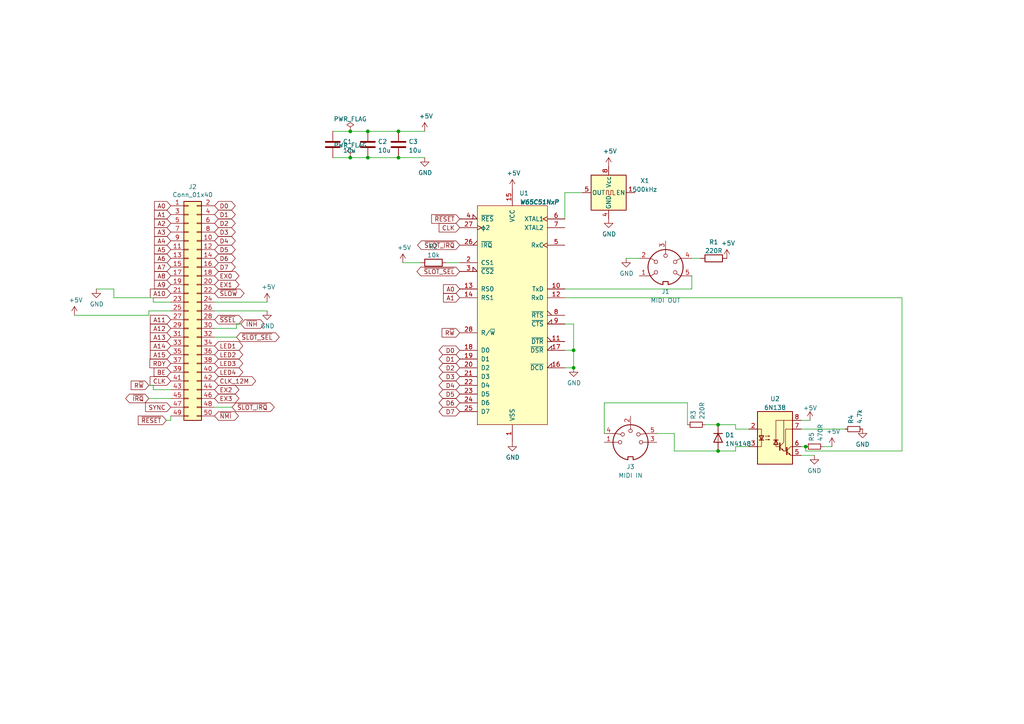
<source format=kicad_sch>
(kicad_sch (version 20211123) (generator eeschema)
  (paper "A4")
  (title_block (title "MIDI Board") (date "2023-06-08") (rev "1.0") (company "Six Pixels"))
  (lib_symbols
    (symbol "65xx:W65C51NxP" (pin_names (offset 1.016))
      (property "Reference" "U" (at -10.16 33.02 0))
      (property "Value" "W65C51NxP" (at 0 0 90))
      (symbol "W65C51NxP_0_1"
        (rectangle (start -10.16 31.75) (end 10.16 -31.75) (fill (type background)))
      )
      (symbol "W65C51NxP_1_1"
        (pin power_in line (at 0 -36.83 90) (length 5.08) (name "VSS") (number "1"))
        (pin output line (at 15.24 7.62 180) (length 5.08) (name "TxD") (number "10"))
        (pin output output_low (at 15.24 -7.62 180) (length 5.08) (name "~{DTR}") (number "11"))
        (pin input line (at 15.24 5.08 180) (length 5.08) (name "RxD") (number "12"))
        (pin input line (at -15.24 7.62 0) (length 5.08) (name "RS0") (number "13"))
        (pin input line (at -15.24 5.08 0) (length 5.08) (name "RS1") (number "14"))
        (pin power_in line (at 0 36.83 270) (length 5.08) (name "VCC") (number "15"))
        (pin input input_low (at 15.24 -15.24 180) (length 5.08) (name "~{DCD}") (number "16"))
        (pin input input_low (at 15.24 -10.16 180) (length 5.08) (name "~{DSR}") (number "17"))
        (pin bidirectional line (at -15.24 -10.16 0) (length 5.08) (name "D0") (number "18"))
        (pin bidirectional line (at -15.24 -12.7 0) (length 5.08) (name "D1") (number "19"))
        (pin input line (at -15.24 15.24 0) (length 5.08) (name "CS1") (number "2"))
        (pin bidirectional line (at -15.24 -15.24 0) (length 5.08) (name "D2") (number "20"))
        (pin bidirectional line (at -15.24 -17.78 0) (length 5.08) (name "D3") (number "21"))
        (pin bidirectional line (at -15.24 -20.32 0) (length 5.08) (name "D4") (number "22"))
        (pin bidirectional line (at -15.24 -22.86 0) (length 5.08) (name "D5") (number "23"))
        (pin bidirectional line (at -15.24 -25.4 0) (length 5.08) (name "D6") (number "24"))
        (pin bidirectional line (at -15.24 -27.94 0) (length 5.08) (name "D7") (number "25"))
        (pin open_collector output_low (at -15.24 20.32 0) (length 5.08) (name "~{IRQ}") (number "26"))
        (pin input clock (at -15.24 25.4 0) (length 5.08) (name "ϕ2") (number "27"))
        (pin input line (at -15.24 -5.08 0) (length 5.08) (name "R/~{W}") (number "28"))
        (pin input input_low (at -15.24 12.7 0) (length 5.08) (name "~{CS2}") (number "3"))
        (pin input input_low (at -15.24 27.94 0) (length 5.08) (name "~{RES}") (number "4"))
        (pin bidirectional clock (at 15.24 20.32 180) (length 5.08) (name "RxC") (number "5"))
        (pin input clock (at 15.24 27.94 180) (length 5.08) (name "XTAL1") (number "6"))
        (pin output line (at 15.24 25.4 180) (length 5.08) (name "XTAL2") (number "7"))
        (pin output output_low (at 15.24 0 180) (length 5.08) (name "~{RTS}") (number "8"))
        (pin input input_low (at 15.24 -2.54 180) (length 5.08) (name "~{CTS}") (number "9"))
      )
    )
    (symbol "Connector:DIN-5" (pin_names (offset 1.016))
      (property "Reference" "J" (at 3.175 5.715 0))
      (property "Value" "DIN-5" (at 0 -6.35 0))
      (symbol "DIN-5_0_1"
        (arc (start -5.08 0) (mid -3.8609 -3.3364) (end -0.762 -5.08) (stroke (width 0.254)))
        (circle (center -2.794 -1.524) (radius 0.508))
        (circle (center -2.794 1.524) (radius 0.508))
        (polyline (pts (xy 0 5.08) (xy 0 3.81)))
        (polyline (pts (xy -5.08 -2.54) (xy -4.318 -2.54) (xy -3.175 -1.905)))
        (polyline (pts (xy -5.08 2.54) (xy -4.318 2.54) (xy -3.175 1.905)))
        (polyline (pts (xy 5.08 -2.54) (xy 4.318 -2.54) (xy 3.175 -1.905)))
        (polyline (pts (xy 5.08 2.54) (xy 4.318 2.54) (xy 3.175 1.905)))
        (polyline (pts (xy -0.762 -4.953) (xy -0.762 -4.191) (xy 0.762 -4.191) (xy 0.762 -4.953)) (stroke (width 0.254)))
        (circle (center 0 3.302) (radius 0.508))
        (arc (start 0.762 -5.08) (mid 3.8685 -3.343) (end 5.08 0) (stroke (width 0.254)))
        (circle (center 2.794 -1.524) (radius 0.508))
        (circle (center 2.794 1.524) (radius 0.508))
        (arc (start 5.08 0) (mid 0 5.08) (end -5.08 0) (stroke (width 0.254)))
      )
      (symbol "DIN-5_1_1"
        (pin passive line (at -7.62 -2.54 0) (length 2.54) (name "~") (number "1"))
        (pin passive line (at -7.62 2.54 0) (length 2.54) (name "~") (number "2"))
        (pin passive line (at 0 7.62 270) (length 2.54) (name "~") (number "3"))
        (pin passive line (at 7.62 2.54 180) (length 2.54) (name "~") (number "4"))
        (pin passive line (at 7.62 -2.54 180) (length 2.54) (name "~") (number "5"))
      )
    )
    (symbol "Connector:DIN-5_180degree" (pin_names (offset 1.016))
      (property "Reference" "J" (at 3.175 5.715 0))
      (property "Value" "DIN-5_180degree" (at 0 -6.35 0))
      (symbol "DIN-5_180degree_0_1"
        (arc (start -5.08 0) (mid -3.8609 -3.3364) (end -0.762 -5.08) (stroke (width 0.254)))
        (circle (center -3.048 0) (radius 0.508))
        (circle (center -2.286 2.286) (radius 0.508))
        (polyline (pts (xy -5.08 0) (xy -3.556 0)))
        (polyline (pts (xy 0 5.08) (xy 0 3.81)))
        (polyline (pts (xy 5.08 0) (xy 3.556 0)))
        (polyline (pts (xy -5.08 2.54) (xy -4.318 2.54) (xy -2.794 2.286)))
        (polyline (pts (xy 5.08 2.54) (xy 4.318 2.54) (xy 2.794 2.286)))
        (polyline (pts (xy -0.762 -4.953) (xy -0.762 -4.191) (xy 0.762 -4.191) (xy 0.762 -4.953)) (stroke (width 0.254)))
        (circle (center 0 3.302) (radius 0.508))
        (arc (start 0.762 -5.08) (mid 3.8685 -3.343) (end 5.08 0) (stroke (width 0.254)))
        (circle (center 2.286 2.286) (radius 0.508))
        (circle (center 3.048 0) (radius 0.508))
        (arc (start 5.08 0) (mid 0 5.08) (end -5.08 0) (stroke (width 0.254)))
      )
      (symbol "DIN-5_180degree_1_1"
        (pin passive line (at -7.62 0 0) (length 2.54) (name "~") (number "1"))
        (pin passive line (at 0 7.62 270) (length 2.54) (name "~") (number "2"))
        (pin passive line (at 7.62 0 180) (length 2.54) (name "~") (number "3"))
        (pin passive line (at -7.62 2.54 0) (length 2.54) (name "~") (number "4"))
        (pin passive line (at 7.62 2.54 180) (length 2.54) (name "~") (number "5"))
      )
    )
    (symbol "Connector_Generic:Conn_02x25_Odd_Even" (pin_names (offset 1.016) hide)
      (property "Reference" "J" (at 1.27 33.02 0))
      (property "Value" "Conn_02x25_Odd_Even" (at 1.27 -33.02 0))
      (symbol "Conn_02x25_Odd_Even_1_1"
        (rectangle (start -1.27 -30.353) (end 0 -30.607) (stroke (width 0.1524)))
        (rectangle (start -1.27 -27.813) (end 0 -28.067) (stroke (width 0.1524)))
        (rectangle (start -1.27 -25.273) (end 0 -25.527) (stroke (width 0.1524)))
        (rectangle (start -1.27 -22.733) (end 0 -22.987) (stroke (width 0.1524)))
        (rectangle (start -1.27 -20.193) (end 0 -20.447) (stroke (width 0.1524)))
        (rectangle (start -1.27 -17.653) (end 0 -17.907) (stroke (width 0.1524)))
        (rectangle (start -1.27 -15.113) (end 0 -15.367) (stroke (width 0.1524)))
        (rectangle (start -1.27 -12.573) (end 0 -12.827) (stroke (width 0.1524)))
        (rectangle (start -1.27 -10.033) (end 0 -10.287) (stroke (width 0.1524)))
        (rectangle (start -1.27 -7.493) (end 0 -7.747) (stroke (width 0.1524)))
        (rectangle (start -1.27 -4.953) (end 0 -5.207) (stroke (width 0.1524)))
        (rectangle (start -1.27 -2.413) (end 0 -2.667) (stroke (width 0.1524)))
        (rectangle (start -1.27 0.127) (end 0 -0.127) (stroke (width 0.1524)))
        (rectangle (start -1.27 2.667) (end 0 2.413) (stroke (width 0.1524)))
        (rectangle (start -1.27 5.207) (end 0 4.953) (stroke (width 0.1524)))
        (rectangle (start -1.27 7.747) (end 0 7.493) (stroke (width 0.1524)))
        (rectangle (start -1.27 10.287) (end 0 10.033) (stroke (width 0.1524)))
        (rectangle (start -1.27 12.827) (end 0 12.573) (stroke (width 0.1524)))
        (rectangle (start -1.27 15.367) (end 0 15.113) (stroke (width 0.1524)))
        (rectangle (start -1.27 17.907) (end 0 17.653) (stroke (width 0.1524)))
        (rectangle (start -1.27 20.447) (end 0 20.193) (stroke (width 0.1524)))
        (rectangle (start -1.27 22.987) (end 0 22.733) (stroke (width 0.1524)))
        (rectangle (start -1.27 25.527) (end 0 25.273) (stroke (width 0.1524)))
        (rectangle (start -1.27 28.067) (end 0 27.813) (stroke (width 0.1524)))
        (rectangle (start -1.27 30.607) (end 0 30.353) (stroke (width 0.1524)))
        (rectangle (start -1.27 31.75) (end 3.81 -31.75) (stroke (width 0.254)) (fill (type background)))
        (rectangle (start 3.81 -30.353) (end 2.54 -30.607) (stroke (width 0.1524)))
        (rectangle (start 3.81 -27.813) (end 2.54 -28.067) (stroke (width 0.1524)))
        (rectangle (start 3.81 -25.273) (end 2.54 -25.527) (stroke (width 0.1524)))
        (rectangle (start 3.81 -22.733) (end 2.54 -22.987) (stroke (width 0.1524)))
        (rectangle (start 3.81 -20.193) (end 2.54 -20.447) (stroke (width 0.1524)))
        (rectangle (start 3.81 -17.653) (end 2.54 -17.907) (stroke (width 0.1524)))
        (rectangle (start 3.81 -15.113) (end 2.54 -15.367) (stroke (width 0.1524)))
        (rectangle (start 3.81 -12.573) (end 2.54 -12.827) (stroke (width 0.1524)))
        (rectangle (start 3.81 -10.033) (end 2.54 -10.287) (stroke (width 0.1524)))
        (rectangle (start 3.81 -7.493) (end 2.54 -7.747) (stroke (width 0.1524)))
        (rectangle (start 3.81 -4.953) (end 2.54 -5.207) (stroke (width 0.1524)))
        (rectangle (start 3.81 -2.413) (end 2.54 -2.667) (stroke (width 0.1524)))
        (rectangle (start 3.81 0.127) (end 2.54 -0.127) (stroke (width 0.1524)))
        (rectangle (start 3.81 2.667) (end 2.54 2.413) (stroke (width 0.1524)))
        (rectangle (start 3.81 5.207) (end 2.54 4.953) (stroke (width 0.1524)))
        (rectangle (start 3.81 7.747) (end 2.54 7.493) (stroke (width 0.1524)))
        (rectangle (start 3.81 10.287) (end 2.54 10.033) (stroke (width 0.1524)))
        (rectangle (start 3.81 12.827) (end 2.54 12.573) (stroke (width 0.1524)))
        (rectangle (start 3.81 15.367) (end 2.54 15.113) (stroke (width 0.1524)))
        (rectangle (start 3.81 17.907) (end 2.54 17.653) (stroke (width 0.1524)))
        (rectangle (start 3.81 20.447) (end 2.54 20.193) (stroke (width 0.1524)))
        (rectangle (start 3.81 22.987) (end 2.54 22.733) (stroke (width 0.1524)))
        (rectangle (start 3.81 25.527) (end 2.54 25.273) (stroke (width 0.1524)))
        (rectangle (start 3.81 28.067) (end 2.54 27.813) (stroke (width 0.1524)))
        (rectangle (start 3.81 30.607) (end 2.54 30.353) (stroke (width 0.1524)))
        (pin passive line (at -5.08 30.48 0) (length 3.81) (name "Pin_1") (number "1"))
        (pin passive line (at 7.62 20.32 180) (length 3.81) (name "Pin_10") (number "10"))
        (pin passive line (at -5.08 17.78 0) (length 3.81) (name "Pin_11") (number "11"))
        (pin passive line (at 7.62 17.78 180) (length 3.81) (name "Pin_12") (number "12"))
        (pin passive line (at -5.08 15.24 0) (length 3.81) (name "Pin_13") (number "13"))
        (pin passive line (at 7.62 15.24 180) (length 3.81) (name "Pin_14") (number "14"))
        (pin passive line (at -5.08 12.7 0) (length 3.81) (name "Pin_15") (number "15"))
        (pin passive line (at 7.62 12.7 180) (length 3.81) (name "Pin_16") (number "16"))
        (pin passive line (at -5.08 10.16 0) (length 3.81) (name "Pin_17") (number "17"))
        (pin passive line (at 7.62 10.16 180) (length 3.81) (name "Pin_18") (number "18"))
        (pin passive line (at -5.08 7.62 0) (length 3.81) (name "Pin_19") (number "19"))
        (pin passive line (at 7.62 30.48 180) (length 3.81) (name "Pin_2") (number "2"))
        (pin passive line (at 7.62 7.62 180) (length 3.81) (name "Pin_20") (number "20"))
        (pin passive line (at -5.08 5.08 0) (length 3.81) (name "Pin_21") (number "21"))
        (pin passive line (at 7.62 5.08 180) (length 3.81) (name "Pin_22") (number "22"))
        (pin passive line (at -5.08 2.54 0) (length 3.81) (name "Pin_23") (number "23"))
        (pin passive line (at 7.62 2.54 180) (length 3.81) (name "Pin_24") (number "24"))
        (pin passive line (at -5.08 0 0) (length 3.81) (name "Pin_25") (number "25"))
        (pin passive line (at 7.62 0 180) (length 3.81) (name "Pin_26") (number "26"))
        (pin passive line (at -5.08 -2.54 0) (length 3.81) (name "Pin_27") (number "27"))
        (pin passive line (at 7.62 -2.54 180) (length 3.81) (name "Pin_28") (number "28"))
        (pin passive line (at -5.08 -5.08 0) (length 3.81) (name "Pin_29") (number "29"))
        (pin passive line (at -5.08 27.94 0) (length 3.81) (name "Pin_3") (number "3"))
        (pin passive line (at 7.62 -5.08 180) (length 3.81) (name "Pin_30") (number "30"))
        (pin passive line (at -5.08 -7.62 0) (length 3.81) (name "Pin_31") (number "31"))
        (pin passive line (at 7.62 -7.62 180) (length 3.81) (name "Pin_32") (number "32"))
        (pin passive line (at -5.08 -10.16 0) (length 3.81) (name "Pin_33") (number "33"))
        (pin passive line (at 7.62 -10.16 180) (length 3.81) (name "Pin_34") (number "34"))
        (pin passive line (at -5.08 -12.7 0) (length 3.81) (name "Pin_35") (number "35"))
        (pin passive line (at 7.62 -12.7 180) (length 3.81) (name "Pin_36") (number "36"))
        (pin passive line (at -5.08 -15.24 0) (length 3.81) (name "Pin_37") (number "37"))
        (pin passive line (at 7.62 -15.24 180) (length 3.81) (name "Pin_38") (number "38"))
        (pin passive line (at -5.08 -17.78 0) (length 3.81) (name "Pin_39") (number "39"))
        (pin passive line (at 7.62 27.94 180) (length 3.81) (name "Pin_4") (number "4"))
        (pin passive line (at 7.62 -17.78 180) (length 3.81) (name "Pin_40") (number "40"))
        (pin passive line (at -5.08 -20.32 0) (length 3.81) (name "Pin_41") (number "41"))
        (pin passive line (at 7.62 -20.32 180) (length 3.81) (name "Pin_42") (number "42"))
        (pin passive line (at -5.08 -22.86 0) (length 3.81) (name "Pin_43") (number "43"))
        (pin passive line (at 7.62 -22.86 180) (length 3.81) (name "Pin_44") (number "44"))
        (pin passive line (at -5.08 -25.4 0) (length 3.81) (name "Pin_45") (number "45"))
        (pin passive line (at 7.62 -25.4 180) (length 3.81) (name "Pin_46") (number "46"))
        (pin passive line (at -5.08 -27.94 0) (length 3.81) (name "Pin_47") (number "47"))
        (pin passive line (at 7.62 -27.94 180) (length 3.81) (name "Pin_48") (number "48"))
        (pin passive line (at -5.08 -30.48 0) (length 3.81) (name "Pin_49") (number "49"))
        (pin passive line (at -5.08 25.4 0) (length 3.81) (name "Pin_5") (number "5"))
        (pin passive line (at 7.62 -30.48 180) (length 3.81) (name "Pin_50") (number "50"))
        (pin passive line (at 7.62 25.4 180) (length 3.81) (name "Pin_6") (number "6"))
        (pin passive line (at -5.08 22.86 0) (length 3.81) (name "Pin_7") (number "7"))
        (pin passive line (at 7.62 22.86 180) (length 3.81) (name "Pin_8") (number "8"))
        (pin passive line (at -5.08 20.32 0) (length 3.81) (name "Pin_9") (number "9"))
      )
    )
    (symbol "Device:C" (pin_numbers hide) (pin_names (offset 0.254))
      (property "Reference" "C" (at 0.635 2.54 0))
      (property "Value" "C" (at 0.635 -2.54 0))
      (symbol "C_0_1"
        (polyline (pts (xy -2.032 -0.762) (xy 2.032 -0.762)) (stroke (width 0.508)))
        (polyline (pts (xy -2.032 0.762) (xy 2.032 0.762)) (stroke (width 0.508)))
      )
      (symbol "C_1_1"
        (pin passive line (at 0 3.81 270) (length 2.794) (name "~") (number "1"))
        (pin passive line (at 0 -3.81 90) (length 2.794) (name "~") (number "2"))
      )
    )
    (symbol "Device:R" (pin_numbers hide) (pin_names (offset 0))
      (property "Reference" "R" (at 2.032 0 90))
      (property "Value" "R" (at 0 0 90))
      (symbol "R_0_1"
        (rectangle (start -1.016 -2.54) (end 1.016 2.54) (stroke (width 0.254)))
      )
      (symbol "R_1_1"
        (pin passive line (at 0 3.81 270) (length 1.27) (name "~") (number "1"))
        (pin passive line (at 0 -3.81 90) (length 1.27) (name "~") (number "2"))
      )
    )
    (symbol "Device:R_Small" (pin_numbers hide) (pin_names (offset 0.254) hide)
      (property "Reference" "R" (at 0.762 0.508 0))
      (property "Value" "R_Small" (at 0.762 -1.016 0))
      (symbol "R_Small_0_1"
        (rectangle (start -0.762 1.778) (end 0.762 -1.778) (stroke (width 0.2032)))
      )
      (symbol "R_Small_1_1"
        (pin passive line (at 0 2.54 270) (length 0.762) (name "~") (number "1"))
        (pin passive line (at 0 -2.54 90) (length 0.762) (name "~") (number "2"))
      )
    )
    (symbol "Diode:1N4148" (pin_numbers hide) (pin_names hide)
      (property "Reference" "D" (at 0 2.54 0))
      (property "Value" "1N4148" (at 0 -2.54 0))
      (symbol "1N4148_0_1"
        (polyline (pts (xy -1.27 1.27) (xy -1.27 -1.27)) (stroke (width 0.254)))
        (polyline (pts (xy 1.27 0) (xy -1.27 0)))
        (polyline (pts (xy 1.27 1.27) (xy 1.27 -1.27) (xy -1.27 0) (xy 1.27 1.27)) (stroke (width 0.254)))
      )
      (symbol "1N4148_1_1"
        (pin passive line (at -3.81 0 0) (length 2.54) (name "K") (number "1"))
        (pin passive line (at 3.81 0 180) (length 2.54) (name "A") (number "2"))
      )
    )
    (symbol "Isolator:6N138" (pin_names (offset 1.016) hide)
      (property "Reference" "U" (at -4.064 8.89 0))
      (property "Value" "6N138" (at 2.286 8.89 0))
      (symbol "6N138_0_1"
        (rectangle (start -5.08 7.62) (end 5.08 -7.62) (stroke (width 0.254)) (fill (type background)))
        (polyline (pts (xy -4.572 -0.635) (xy -3.302 -0.635)) (stroke (width 0.254)))
        (polyline (pts (xy 0.889 -0.635) (xy -0.381 -0.635)) (stroke (width 0.254)))
        (polyline (pts (xy 1.397 -2.667) (xy 2.54 -3.81)))
        (polyline (pts (xy 1.397 -2.413) (xy 2.54 -1.27)))
        (polyline (pts (xy 2.54 -3.81) (xy 3.175 -3.81)))
        (polyline (pts (xy 3.429 -3.937) (xy 4.572 -5.08)))
        (polyline (pts (xy 3.429 -3.683) (xy 4.572 -2.54)))
        (polyline (pts (xy 4.572 -5.08) (xy 5.08 -5.08)))
        (polyline (pts (xy 4.572 -2.54) (xy 5.08 -2.54)))
        (polyline (pts (xy 1.397 -1.524) (xy 1.397 -3.556) (xy 1.397 -3.556)) (stroke (width 0.3556)))
        (polyline (pts (xy 2.54 -1.27) (xy 2.54 5.08) (xy 5.08 5.08)))
        (polyline (pts (xy 3.429 -2.794) (xy 3.429 -4.826) (xy 3.429 -4.826)) (stroke (width 0.3556)))
        (polyline (pts (xy 5.08 2.54) (xy 3.048 2.54) (xy 3.048 -3.81)))
        (polyline (pts (xy -5.08 -2.54) (xy -3.937 -2.54) (xy -3.937 2.54) (xy -5.08 2.54)))
        (polyline (pts (xy -3.937 -0.635) (xy -4.572 0.635) (xy -3.302 0.635) (xy -3.937 -0.635)) (stroke (width 0.254)))
        (polyline (pts (xy 0.254 -0.635) (xy 0.889 -1.905) (xy -0.381 -1.905) (xy 0.254 -0.635)) (stroke (width 0.254)))
        (polyline (pts (xy 1.27 -2.54) (xy 0.254 -2.54) (xy 0.254 5.08) (xy 2.54 5.08)))
        (polyline (pts (xy 2.413 -3.683) (xy 2.159 -3.175) (xy 1.905 -3.429) (xy 2.413 -3.683)))
        (polyline (pts (xy 4.445 -4.953) (xy 4.191 -4.445) (xy 3.937 -4.699) (xy 4.445 -4.953)))
        (polyline (pts (xy -2.794 -0.508) (xy -1.524 -0.508) (xy -1.905 -0.635) (xy -1.905 -0.381) (xy -1.524 -0.508)))
        (polyline (pts (xy -2.794 0.508) (xy -1.524 0.508) (xy -1.905 0.381) (xy -1.905 0.635) (xy -1.524 0.508)))
      )
      (symbol "6N138_1_1"
        (pin no_connect line (at -5.08 5.08 0) (length 2.54) hide (name "NC") (number "1"))
        (pin passive line (at -7.62 2.54 0) (length 2.54) (name "C1") (number "2"))
        (pin passive line (at -7.62 -2.54 0) (length 2.54) (name "C2") (number "3"))
        (pin no_connect line (at -5.08 -5.08 0) (length 2.54) hide (name "NC") (number "4"))
        (pin passive line (at 7.62 -5.08 180) (length 2.54) (name "GND") (number "5"))
        (pin passive line (at 7.62 -2.54 180) (length 2.54) (name "VO2") (number "6"))
        (pin passive line (at 7.62 2.54 180) (length 2.54) (name "VO1") (number "7"))
        (pin passive line (at 7.62 5.08 180) (length 2.54) (name "VCC") (number "8"))
      )
    )
    (symbol "Oscillator:CXO_DIP8" (pin_names (offset 0.254))
      (property "Reference" "X" (at -5.08 6.35 0))
      (property "Value" "CXO_DIP8" (at 1.27 -6.35 0))
      (symbol "CXO_DIP8_0_1"
        (rectangle (start -5.08 5.08) (end 5.08 -5.08) (stroke (width 0.254)) (fill (type background)))
        (polyline (pts (xy -1.905 -0.635) (xy -1.27 -0.635) (xy -1.27 0.635) (xy -0.635 0.635) (xy -0.635 -0.635) (xy 0 -0.635) (xy 0 0.635) (xy 0.635 0.635) (xy 0.635 -0.635)))
      )
      (symbol "CXO_DIP8_1_1"
        (pin input line (at -7.62 0 0) (length 2.54) (name "EN") (number "1"))
        (pin power_in line (at 0 -7.62 90) (length 2.54) (name "GND") (number "4"))
        (pin output line (at 7.62 0 180) (length 2.54) (name "OUT") (number "5"))
        (pin power_in line (at 0 7.62 270) (length 2.54) (name "Vcc") (number "8"))
      )
    )
    (symbol "power:+5V" (power) (pin_names (offset 0))
      (property "Value" "+5V" (at 0 3.556 0))
      (symbol "+5V_0_1"
        (polyline (pts (xy -0.762 1.27) (xy 0 2.54)))
        (polyline (pts (xy 0 0) (xy 0 2.54)))
        (polyline (pts (xy 0 2.54) (xy 0.762 1.27)))
      )
      (symbol "+5V_1_1"
        (pin power_in line (at 0 0 90) (length 0) hide (name "+5V") (number "1"))
      )
    )
    (symbol "power:GND" (power) (pin_names (offset 0))
      (property "Value" "GND" (at 0 -3.81 0))
      (symbol "GND_0_1"
        (polyline (pts (xy 0 0) (xy 0 -1.27) (xy 1.27 -1.27) (xy 0 -2.54) (xy -1.27 -1.27) (xy 0 -1.27)))
      )
      (symbol "GND_1_1"
        (pin power_in line (at 0 0 270) (length 0) hide (name "GND") (number "1"))
      )
    )
    (symbol "power:PWR_FLAG" (power) (pin_numbers hide) (pin_names (offset 0) hide)
      (property "Value" "PWR_FLAG" (at 0 3.81 0))
      (symbol "PWR_FLAG_0_0"
        (pin power_out line (at 0 0 90) (length 0) (name "pwr") (number "1"))
      )
      (symbol "PWR_FLAG_0_1"
        (polyline (pts (xy 0 0) (xy 0 1.27) (xy -1.016 1.905) (xy 0 2.54) (xy 1.016 1.905) (xy 0 1.27)))
      )
    )
  )
  (junction (at 208.28 130.81))
  (junction (at 106.68 45.72))
  (junction (at 208.28 123.19))
  (junction (at 106.68 38.1))
  (junction (at 233.68 129.54))
  (junction (at 166.37 106.68))
  (junction (at 101.6 45.72))
  (junction (at 166.37 101.6))
  (junction (at 101.6 38.1))
  (junction (at 115.57 38.1))
  (junction (at 115.57 45.72))
  (wire (pts (xy 106.68 38.1) (xy 115.57 38.1)))
  (wire (pts (xy 116.84 76.2) (xy 121.92 76.2)))
  (wire (pts (xy 68.58 93.98) (xy 68.58 95.25)))
  (wire (pts (xy 204.47 123.19) (xy 208.28 123.19)))
  (wire (pts (xy 175.26 116.84) (xy 175.26 125.73)))
  (wire (pts (xy 62.23 90.17) (xy 77.47 90.17)))
  (wire (pts (xy 48.26 121.92) (xy 49.53 121.92)))
  (wire (pts (xy 49.53 121.92) (xy 49.53 120.65)))
  (wire (pts (xy 163.83 55.88) (xy 163.83 63.5)))
  (wire (pts (xy 163.83 93.98) (xy 166.37 93.98)))
  (wire (pts (xy 96.52 38.1) (xy 101.6 38.1)))
  (wire (pts (xy 232.41 124.46) (xy 245.11 124.46)))
  (wire (pts (xy 261.62 130.81) (xy 261.62 86.36)))
  (wire (pts (xy 115.57 45.72) (xy 123.19 45.72)))
  (wire (pts (xy 62.23 87.63) (xy 77.47 87.63)))
  (wire (pts (xy 67.31 118.11) (xy 62.23 118.11)))
  (wire (pts (xy 68.58 95.25) (xy 62.23 95.25)))
  (wire (pts (xy 21.59 91.44) (xy 43.18 91.44)))
  (wire (pts (xy 195.58 130.81) (xy 195.58 125.73)))
  (wire (pts (xy 163.83 106.68) (xy 166.37 106.68)))
  (wire (pts (xy 233.68 129.54) (xy 233.68 130.81)))
  (wire (pts (xy 96.52 45.72) (xy 101.6 45.72)))
  (wire (pts (xy 195.58 125.73) (xy 190.5 125.73)))
  (wire (pts (xy 213.36 124.46) (xy 213.36 123.19)))
  (wire (pts (xy 232.41 121.92) (xy 234.95 121.92)))
  (wire (pts (xy 217.17 124.46) (xy 213.36 124.46)))
  (wire (pts (xy 101.6 45.72) (xy 106.68 45.72)))
  (wire (pts (xy 44.45 87.63) (xy 49.53 87.63)))
  (wire (pts (xy 213.36 123.19) (xy 208.28 123.19)))
  (wire (pts (xy 44.45 113.03) (xy 49.53 113.03)))
  (wire (pts (xy 115.57 38.1) (xy 123.19 38.1)))
  (wire (pts (xy 163.83 83.82) (xy 200.66 83.82)))
  (wire (pts (xy 166.37 93.98) (xy 166.37 101.6)))
  (wire (pts (xy 68.58 97.79) (xy 62.23 97.79)))
  (wire (pts (xy 33.02 83.82) (xy 27.94 83.82)))
  (wire (pts (xy 168.91 55.88) (xy 163.83 55.88)))
  (wire (pts (xy 232.41 129.54) (xy 233.68 129.54)))
  (wire (pts (xy 200.66 74.93) (xy 203.2 74.93)))
  (wire (pts (xy 213.36 129.54) (xy 213.36 130.81)))
  (wire (pts (xy 129.54 76.2) (xy 133.35 76.2)))
  (wire (pts (xy 213.36 130.81) (xy 208.28 130.81)))
  (wire (pts (xy 181.61 74.93) (xy 185.42 74.93)))
  (wire (pts (xy 33.02 86.36) (xy 44.45 86.36)))
  (wire (pts (xy 43.18 111.76) (xy 44.45 111.76)))
  (wire (pts (xy 43.18 115.57) (xy 49.53 115.57)))
  (wire (pts (xy 217.17 129.54) (xy 213.36 129.54)))
  (wire (pts (xy 208.28 130.81) (xy 195.58 130.81)))
  (wire (pts (xy 261.62 86.36) (xy 163.83 86.36)))
  (wire (pts (xy 200.66 80.01) (xy 200.66 83.82)))
  (wire (pts (xy 199.39 116.84) (xy 175.26 116.84)))
  (wire (pts (xy 33.02 86.36) (xy 33.02 83.82)))
  (wire (pts (xy 238.76 129.54) (xy 241.3 129.54)))
  (wire (pts (xy 101.6 38.1) (xy 106.68 38.1)))
  (wire (pts (xy 69.85 93.98) (xy 68.58 93.98)))
  (wire (pts (xy 166.37 101.6) (xy 166.37 106.68)))
  (wire (pts (xy 106.68 45.72) (xy 115.57 45.72)))
  (wire (pts (xy 233.68 130.81) (xy 261.62 130.81)))
  (wire (pts (xy 163.83 101.6) (xy 166.37 101.6)))
  (wire (pts (xy 49.53 90.17) (xy 43.18 90.17)))
  (wire (pts (xy 199.39 123.19) (xy 199.39 116.84)))
  (wire (pts (xy 232.41 132.08) (xy 236.22 132.08)))
  (wire (pts (xy 43.18 91.44) (xy 43.18 90.17)))
  (wire (pts (xy 44.45 111.76) (xy 44.45 113.03)))
  (wire (pts (xy 44.45 87.63) (xy 44.45 86.36)))
  (global_label "D0" (shape bidirectional) (at 62.23 59.69 0) (property "Intersheet References" "${INTERSHEET_REFS}" (effects hide)))
  (global_label "~{IRQ}" (shape bidirectional) (at 43.18 115.57 180) (property "Intersheet References" "${INTERSHEET_REFS}" (effects hide)))
  (global_label "D5" (shape bidirectional) (at 133.35 114.3 180) (property "Intersheet References" "${INTERSHEET_REFS}" (effects hide)))
  (global_label "CLK_12M" (shape bidirectional) (at 62.23 110.49 0) (property "Intersheet References" "${INTERSHEET_REFS}" (effects hide)))
  (global_label "~{INH}" (shape bidirectional) (at 69.85 93.98 0) (property "Intersheet References" "${INTERSHEET_REFS}" (effects hide)))
  (global_label "~{SLOT_IRQ}" (shape bidirectional) (at 133.35 71.12 180) (property "Intersheet References" "${INTERSHEET_REFS}" (effects hide)))
  (global_label "A2" (shape input) (at 49.53 64.77 180) (property "Intersheet References" "${INTERSHEET_REFS}" (effects hide)))
  (global_label "D3" (shape bidirectional) (at 133.35 109.22 180) (property "Intersheet References" "${INTERSHEET_REFS}" (effects hide)))
  (global_label "EX1" (shape bidirectional) (at 62.23 82.55 0) (property "Intersheet References" "${INTERSHEET_REFS}" (effects hide)))
  (global_label "A15" (shape input) (at 49.53 102.87 180) (property "Intersheet References" "${INTERSHEET_REFS}" (effects hide)))
  (global_label "~{SLOT_SEL}" (shape bidirectional) (at 133.35 78.74 180) (property "Intersheet References" "${INTERSHEET_REFS}" (effects hide)))
  (global_label "~{SSEL}" (shape bidirectional) (at 62.23 92.71 0) (property "Intersheet References" "${INTERSHEET_REFS}" (effects hide)))
  (global_label "A1" (shape input) (at 49.53 62.23 180) (property "Intersheet References" "${INTERSHEET_REFS}" (effects hide)))
  (global_label "LED3" (shape bidirectional) (at 62.23 105.41 0) (property "Intersheet References" "${INTERSHEET_REFS}" (effects hide)))
  (global_label "A5" (shape input) (at 49.53 72.39 180) (property "Intersheet References" "${INTERSHEET_REFS}" (effects hide)))
  (global_label "D3" (shape bidirectional) (at 62.23 67.31 0) (property "Intersheet References" "${INTERSHEET_REFS}" (effects hide)))
  (global_label "~{NMI}" (shape bidirectional) (at 62.23 120.65 0) (property "Intersheet References" "${INTERSHEET_REFS}" (effects hide)))
  (global_label "D7" (shape bidirectional) (at 133.35 119.38 180) (property "Intersheet References" "${INTERSHEET_REFS}" (effects hide)))
  (global_label "A7" (shape input) (at 49.53 77.47 180) (property "Intersheet References" "${INTERSHEET_REFS}" (effects hide)))
  (global_label "D0" (shape bidirectional) (at 133.35 101.6 180) (property "Intersheet References" "${INTERSHEET_REFS}" (effects hide)))
  (global_label "A10" (shape input) (at 49.53 85.09 180) (property "Intersheet References" "${INTERSHEET_REFS}" (effects hide)))
  (global_label "D1" (shape bidirectional) (at 62.23 62.23 0) (property "Intersheet References" "${INTERSHEET_REFS}" (effects hide)))
  (global_label "R~{W}" (shape input) (at 43.18 111.76 180) (property "Intersheet References" "${INTERSHEET_REFS}" (effects hide)))
  (global_label "A12" (shape input) (at 49.53 95.25 180) (property "Intersheet References" "${INTERSHEET_REFS}" (effects hide)))
  (global_label "A8" (shape input) (at 49.53 80.01 180) (property "Intersheet References" "${INTERSHEET_REFS}" (effects hide)))
  (global_label "A1" (shape input) (at 133.35 86.36 180) (property "Intersheet References" "${INTERSHEET_REFS}" (effects hide)))
  (global_label "D1" (shape bidirectional) (at 133.35 104.14 180) (property "Intersheet References" "${INTERSHEET_REFS}" (effects hide)))
  (global_label "~{SLOT_SEL}" (shape bidirectional) (at 68.58 97.79 0) (property "Intersheet References" "${INTERSHEET_REFS}" (effects hide)))
  (global_label "R~{W}" (shape input) (at 133.35 96.52 180) (property "Intersheet References" "${INTERSHEET_REFS}" (effects hide)))
  (global_label "EX2" (shape bidirectional) (at 62.23 113.03 0) (property "Intersheet References" "${INTERSHEET_REFS}" (effects hide)))
  (global_label "D5" (shape bidirectional) (at 62.23 72.39 0) (property "Intersheet References" "${INTERSHEET_REFS}" (effects hide)))
  (global_label "LED4" (shape bidirectional) (at 62.23 107.95 0) (property "Intersheet References" "${INTERSHEET_REFS}" (effects hide)))
  (global_label "A9" (shape input) (at 49.53 82.55 180) (property "Intersheet References" "${INTERSHEET_REFS}" (effects hide)))
  (global_label "A0" (shape input) (at 133.35 83.82 180) (property "Intersheet References" "${INTERSHEET_REFS}" (effects hide)))
  (global_label "A0" (shape input) (at 49.53 59.69 180) (property "Intersheet References" "${INTERSHEET_REFS}" (effects hide)))
  (global_label "LED1" (shape bidirectional) (at 62.23 100.33 0) (property "Intersheet References" "${INTERSHEET_REFS}" (effects hide)))
  (global_label "D2" (shape bidirectional) (at 62.23 64.77 0) (property "Intersheet References" "${INTERSHEET_REFS}" (effects hide)))
  (global_label "A6" (shape input) (at 49.53 74.93 180) (property "Intersheet References" "${INTERSHEET_REFS}" (effects hide)))
  (global_label "EX0" (shape bidirectional) (at 62.23 80.01 0) (property "Intersheet References" "${INTERSHEET_REFS}" (effects hide)))
  (global_label "A14" (shape input) (at 49.53 100.33 180) (property "Intersheet References" "${INTERSHEET_REFS}" (effects hide)))
  (global_label "A4" (shape input) (at 49.53 69.85 180) (property "Intersheet References" "${INTERSHEET_REFS}" (effects hide)))
  (global_label "~{SLOT_IRQ}" (shape bidirectional) (at 67.31 118.11 0) (property "Intersheet References" "${INTERSHEET_REFS}" (effects hide)))
  (global_label "D7" (shape bidirectional) (at 62.23 77.47 0) (property "Intersheet References" "${INTERSHEET_REFS}" (effects hide)))
  (global_label "A3" (shape input) (at 49.53 67.31 180) (property "Intersheet References" "${INTERSHEET_REFS}" (effects hide)))
  (global_label "RDY" (shape input) (at 49.53 105.41 180) (property "Intersheet References" "${INTERSHEET_REFS}" (effects hide)))
  (global_label "A11" (shape input) (at 49.53 92.71 180) (property "Intersheet References" "${INTERSHEET_REFS}" (effects hide)))
  (global_label "D4" (shape bidirectional) (at 62.23 69.85 0) (property "Intersheet References" "${INTERSHEET_REFS}" (effects hide)))
  (global_label "D4" (shape bidirectional) (at 133.35 111.76 180) (property "Intersheet References" "${INTERSHEET_REFS}" (effects hide)))
  (global_label "SYNC" (shape input) (at 49.53 118.11 180) (property "Intersheet References" "${INTERSHEET_REFS}" (effects hide)))
  (global_label "BE" (shape input) (at 49.53 107.95 180) (property "Intersheet References" "${INTERSHEET_REFS}" (effects hide)))
  (global_label "CLK" (shape input) (at 133.35 66.04 180) (property "Intersheet References" "${INTERSHEET_REFS}" (effects hide)))
  (global_label "~{RESET}" (shape input) (at 133.35 63.5 180) (property "Intersheet References" "${INTERSHEET_REFS}" (effects hide)))
  (global_label "D2" (shape bidirectional) (at 133.35 106.68 180) (property "Intersheet References" "${INTERSHEET_REFS}" (effects hide)))
  (global_label "LED2" (shape bidirectional) (at 62.23 102.87 0) (property "Intersheet References" "${INTERSHEET_REFS}" (effects hide)))
  (global_label "~{RESET}" (shape input) (at 48.26 121.92 180) (property "Intersheet References" "${INTERSHEET_REFS}" (effects hide)))
  (global_label "A13" (shape input) (at 49.53 97.79 180) (property "Intersheet References" "${INTERSHEET_REFS}" (effects hide)))
  (global_label "CLK" (shape input) (at 49.53 110.49 180) (property "Intersheet References" "${INTERSHEET_REFS}" (effects hide)))
  (global_label "D6" (shape bidirectional) (at 133.35 116.84 180) (property "Intersheet References" "${INTERSHEET_REFS}" (effects hide)))
  (global_label "~{SLOW}" (shape bidirectional) (at 62.23 85.09 0) (property "Intersheet References" "${INTERSHEET_REFS}" (effects hide)))
  (global_label "EX3" (shape bidirectional) (at 62.23 115.57 0) (property "Intersheet References" "${INTERSHEET_REFS}" (effects hide)))
  (global_label "D6" (shape bidirectional) (at 62.23 74.93 0) (property "Intersheet References" "${INTERSHEET_REFS}" (effects hide)))
  (symbol (lib_id "Connector_Generic:Conn_02x25_Odd_Even") (at 54.61 90.17 0) (unit 1)
    (property "Reference" "J2" (at 55.88 54.1782 0))
    (property "Value" "Conn_01x40" (at 55.88 56.4896 0))
    (property "Footprint" "Connector_PinHeader_2.54mm:PinHeader_2x25_P2.54mm_Horizontal" (effects hide))
  )
  (symbol (lib_id "power:+5V") (at 77.47 87.63 0) (unit 1)
    (property "Reference" "#PWR010" (effects hide))
    (property "Value" "+5V" (at 77.851 83.2358 0))
  )
  (symbol (lib_id "power:+5V") (at 21.59 91.44 0) (unit 1)
    (property "Reference" "#PWR012" (effects hide))
    (property "Value" "+5V" (at 21.971 87.0458 0))
  )
  (symbol (lib_id "power:GND") (at 77.47 90.17 0) (unit 1)
    (property "Reference" "#PWR011" (effects hide))
    (property "Value" "GND" (at 77.597 94.5642 0))
  )
  (symbol (lib_id "power:GND") (at 27.94 83.82 0) (unit 1)
    (property "Reference" "#PWR09" (effects hide))
    (property "Value" "GND" (at 28.067 88.2142 0))
  )
  (symbol (lib_id "Device:R_Small") (at 236.22 129.54 90) (unit 1)
    (property "Reference" "R5" (at 235.3853 128.0414 0) (effects (justify left)))
    (property "Value" "470R" (at 237.9222 128.0414 0) (effects (justify left)))
    (property "Footprint" "Resistor_THT:R_Axial_DIN0207_L6.3mm_D2.5mm_P10.16mm_Horizontal" (effects hide))
  )
  (symbol (lib_id "Connector:DIN-5") (at 193.04 77.47 0) (unit 1)
    (property "Reference" "J1" (at 193.0401 84.5804 0))
    (property "Value" "MIDI OUT" (at 193.0401 87.1173 0))
    (property "Footprint" "w_conn_av:din-5" (effects hide))
    (property "Datasheet" "http://www.mouser.com/ds/2/18/40_c091_abd_e-75918.pdf" (effects hide))
  )
  (symbol (lib_id "power:+5V") (at 234.95 121.92 0) (unit 1)
    (property "Reference" "#PWR014" (effects hide))
    (property "Value" "+5V" (at 234.95 118.3442 0))
  )
  (symbol (lib_id "power:+5V") (at 210.82 74.93 0) (unit 1)
    (property "Reference" "#PWR07" (effects hide))
    (property "Value" "+5V" (at 211.201 70.5358 0))
  )
  (symbol (lib_id "Device:C") (at 96.52 41.91 0) (unit 1)
    (property "Reference" "C1" (at 99.441 41.0753 0) (effects (justify left)))
    (property "Value" "10u" (at 99.441 43.6122 0) (effects (justify left)))
    (property "Footprint" "Capacitor_THT:C_Disc_D5.1mm_W3.2mm_P5.00mm" (effects hide))
  )
  (symbol (lib_id "Device:R") (at 125.73 76.2 90) (unit 1)
    (property "Reference" "R2" (at 125.73 71.4842 90))
    (property "Value" "10k" (at 125.73 74.0211 90))
    (property "Footprint" "Resistor_THT:R_Axial_DIN0207_L6.3mm_D2.5mm_P10.16mm_Horizontal" (effects hide))
  )
  (symbol (lib_id "power:PWR_FLAG") (at 101.6 45.72 0) (unit 1)
    (property "Reference" "#FLG02" (effects hide))
    (property "Value" "PWR_FLAG" (at 101.6 42.1442 0))
  )
  (symbol (lib_id "power:GND") (at 181.61 74.93 0) (unit 1)
    (property "Reference" "#PWR06" (effects hide))
    (property "Value" "GND" (at 181.737 79.3242 0))
  )
  (symbol (lib_id "power:GND") (at 176.53 63.5 0) (unit 1)
    (property "Reference" "#PWR05" (effects hide))
    (property "Value" "GND" (at 176.657 67.8942 0))
  )
  (symbol (lib_id "power:+5V") (at 116.84 76.2 0) (unit 1)
    (property "Reference" "#PWR08" (effects hide))
    (property "Value" "+5V" (at 117.221 71.8058 0))
  )
  (symbol (lib_id "Device:R") (at 207.01 74.93 90) (unit 1)
    (property "Reference" "R1" (at 207.01 70.2142 90))
    (property "Value" "220R" (at 207.01 72.7511 90))
    (property "Footprint" "Resistor_THT:R_Axial_DIN0207_L6.3mm_D2.5mm_P10.16mm_Horizontal" (effects hide))
  )
  (symbol (lib_id "Diode:1N4148") (at 208.28 127 270) (unit 1)
    (property "Reference" "D1" (at 210.312 126.1653 90) (effects (justify left)))
    (property "Value" "1N4148" (at 210.312 128.7022 90) (effects (justify left)))
    (property "Footprint" "Diode_THT:D_DO-35_SOD27_P7.62mm_Horizontal" (effects hide))
    (property "Datasheet" "https://assets.nexperia.com/documents/data-sheet/1N4148_1N4448.pdf" (effects hide))
  )
  (symbol (lib_id "Device:R_Small") (at 201.93 123.19 90) (unit 1)
    (property "Reference" "R3" (at 201.0953 121.6914 0) (effects (justify left)))
    (property "Value" "220R" (at 203.6322 121.6914 0) (effects (justify left)))
    (property "Footprint" "Resistor_THT:R_Axial_DIN0207_L6.3mm_D2.5mm_P10.16mm_Horizontal" (effects hide))
  )
  (symbol (lib_id "Connector:DIN-5_180degree") (at 182.88 128.27 0) (unit 1)
    (property "Reference" "J3" (at 182.8801 135.3804 0))
    (property "Value" "MIDI IN" (at 182.8801 137.9173 0))
    (property "Footprint" "w_conn_av:din-5" (effects hide))
    (property "Datasheet" "http://www.mouser.com/ds/2/18/40_c091_abd_e-75918.pdf" (effects hide))
  )
  (symbol (lib_id "power:+5V") (at 123.19 38.1 0) (unit 1)
    (property "Reference" "#PWR01" (effects hide))
    (property "Value" "+5V" (at 123.571 33.7058 0))
  )
  (symbol (lib_id "power:+5V") (at 241.3 129.54 0) (unit 1)
    (property "Reference" "#PWR017" (effects hide))
    (property "Value" "+5V" (at 241.681 125.1458 0))
  )
  (symbol (lib_id "Isolator:6N138") (at 224.79 127 0) (unit 1)
    (property "Reference" "U2" (at 224.79 115.6802 0))
    (property "Value" "6N138" (at 224.79 118.2171 0))
    (property "Footprint" "Package_DIP:DIP-8_W7.62mm" (effects hide))
    (property "Datasheet" "http://www.onsemi.com/pub/Collateral/HCPL2731-D.pdf" (effects hide))
  )
  (symbol (lib_id "power:+5V") (at 176.53 48.26 0) (unit 1)
    (property "Reference" "#PWR03" (effects hide))
    (property "Value" "+5V" (at 176.911 43.8658 0))
  )
  (symbol (lib_id "power:GND") (at 250.19 124.46 0) (unit 1)
    (property "Reference" "#PWR015" (effects hide))
    (property "Value" "GND" (at 250.19 128.9034 0))
  )
  (symbol (lib_id "Device:C") (at 115.57 41.91 0) (unit 1)
    (property "Reference" "C3" (at 118.491 41.0753 0) (effects (justify left)))
    (property "Value" "10u" (at 118.491 43.6122 0) (effects (justify left)))
    (property "Footprint" "Capacitor_THT:C_Disc_D5.1mm_W3.2mm_P5.00mm" (effects hide))
  )
  (symbol (lib_id "power:GND") (at 123.19 45.72 0) (unit 1)
    (property "Reference" "#PWR02" (effects hide))
    (property "Value" "GND" (at 123.317 50.1142 0))
  )
  (symbol (lib_id "power:GND") (at 236.22 132.08 0) (unit 1)
    (property "Reference" "#PWR018" (effects hide))
    (property "Value" "GND" (at 236.22 136.5234 0))
  )
  (symbol (lib_id "power:+5V") (at 148.59 54.61 0) (unit 1)
    (property "Reference" "#PWR04" (effects hide))
    (property "Value" "+5V" (at 148.971 50.2158 0))
  )
  (symbol (lib_id "power:GND") (at 148.59 128.27 0) (unit 1)
    (property "Reference" "#PWR016" (effects hide))
    (property "Value" "GND" (at 148.717 132.6642 0))
  )
  (symbol (lib_id "Oscillator:CXO_DIP8") (at 176.53 55.88 0) (mirror y) (unit 1)
    (property "Reference" "X1" (at 187.0173 52.4216 0))
    (property "Value" "500kHz" (at 187.0173 54.9585 0))
    (property "Footprint" "Oscillator:Oscillator_DIP-8" (effects hide))
    (property "Datasheet" "http://cdn-reichelt.de/documents/datenblatt/B400/OSZI.pdf" (effects hide))
  )
  (symbol (lib_id "power:PWR_FLAG") (at 101.6 38.1 0) (unit 1)
    (property "Reference" "#FLG01" (effects hide))
    (property "Value" "PWR_FLAG" (at 101.6 34.5242 0))
  )
  (symbol (lib_id "power:GND") (at 166.37 106.68 0) (unit 1)
    (property "Reference" "#PWR013" (effects hide))
    (property "Value" "GND" (at 166.497 111.0742 0))
  )
  (symbol (lib_id "65xx:W65C51NxP") (at 148.59 91.44 0) (unit 1)
    (property "Reference" "U1" (at 150.6094 56.0286 0) (effects (justify left)))
    (property "Value" "W65C51NxP" (at 150.6094 58.6369 0) (effects (font bold italic) (justify left)))
    (property "Footprint" "Package_DIP:DIP-40_W15.24mm_Socket" (effects hide))
    (property "Datasheet" "http://www.westerndesigncenter.com/wdc/documentation/w65c51n.pdf" (effects hide))
  )
  (symbol (lib_id "Device:C") (at 106.68 41.91 0) (unit 1)
    (property "Reference" "C2" (at 109.601 41.0753 0) (effects (justify left)))
    (property "Value" "10u" (at 109.601 43.6122 0) (effects (justify left)))
    (property "Footprint" "Capacitor_THT:C_Disc_D5.1mm_W3.2mm_P5.00mm" (effects hide))
  )
  (symbol (lib_id "Device:R_Small") (at 247.65 124.46 90) (unit 1)
    (property "Reference" "R4" (at 246.8153 122.9614 0) (effects (justify left)))
    (property "Value" "4.7k" (at 249.3522 122.9614 0) (effects (justify left)))
    (property "Footprint" "Resistor_THT:R_Axial_DIN0207_L6.3mm_D2.5mm_P10.16mm_Horizontal" (effects hide))
  )
)
</source>
